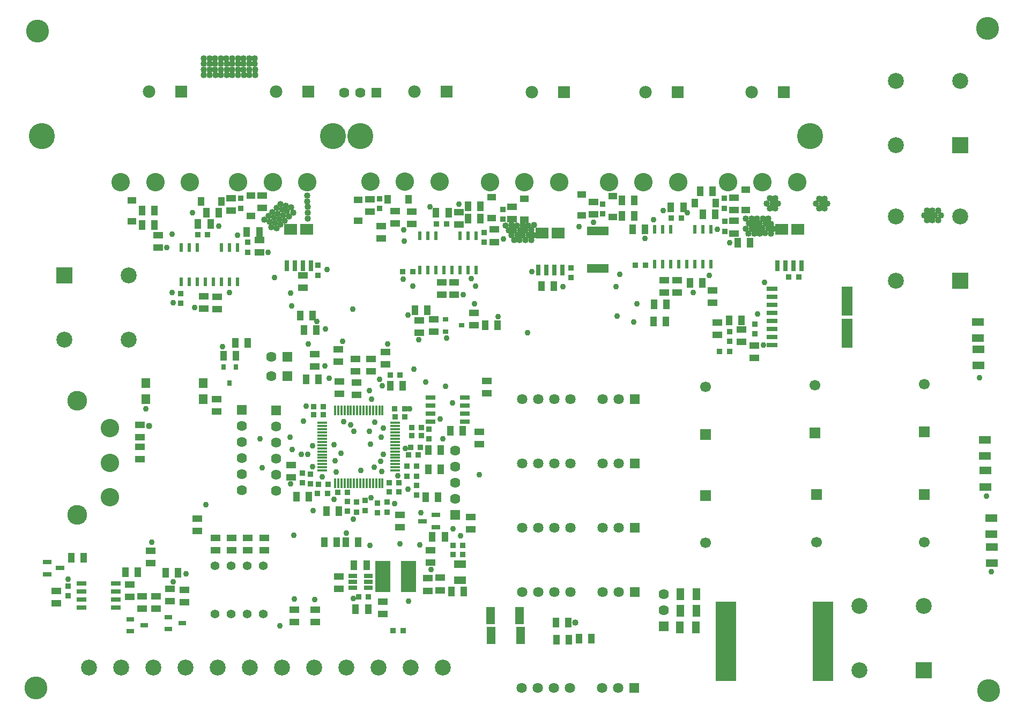
<source format=gts>
G04*
G04 #@! TF.GenerationSoftware,Altium Limited,Altium Designer,20.0.13 (296)*
G04*
G04 Layer_Color=8388736*
%FSLAX25Y25*%
%MOIN*%
G70*
G01*
G75*
%ADD23R,0.02200X0.05750*%
%ADD50R,0.06189X0.04220*%
%ADD51R,0.04220X0.06189*%
%ADD52R,0.03039X0.06701*%
%ADD53R,0.08039X0.06701*%
%ADD54R,0.04063X0.05283*%
%ADD55R,0.05283X0.04063*%
%ADD56R,0.07567X0.04614*%
%ADD57R,0.04614X0.07567*%
%ADD58R,0.03827X0.03827*%
%ADD59R,0.04811X0.02842*%
%ADD60R,0.05598X0.06386*%
%ADD61R,0.02842X0.03827*%
%ADD62R,0.05598X0.02842*%
%ADD63R,0.13669X0.05401*%
%ADD64R,0.09338X0.19378*%
%ADD65R,0.05204X0.02842*%
%ADD66R,0.12882X0.49693*%
%ADD67R,0.05401X0.02842*%
%ADD68R,0.06740X0.17960*%
%ADD69R,0.06740X0.03000*%
%ADD70R,0.05598X0.11110*%
%ADD71R,0.06484X0.03039*%
%ADD72R,0.06480X0.04480*%
%ADD73R,0.01661X0.06287*%
%ADD74R,0.06287X0.01661*%
%ADD75R,0.03827X0.03827*%
%ADD76R,0.04480X0.06480*%
%ADD77R,0.03827X0.02842*%
%ADD78R,0.07803X0.07803*%
%ADD79C,0.07803*%
%ADD80R,0.06681X0.06681*%
%ADD81C,0.06681*%
%ADD82R,0.09929X0.09929*%
%ADD83C,0.09929*%
%ADD84C,0.11464*%
%ADD85R,0.06386X0.06386*%
%ADD86C,0.06386*%
%ADD87R,0.06386X0.06386*%
%ADD88C,0.12291*%
%ADD89C,0.05598*%
%ADD90C,0.06417*%
%ADD91R,0.06417X0.06417*%
%ADD92C,0.14260*%
%ADD93C,0.16228*%
%ADD94C,0.04023*%
%ADD95C,0.03630*%
D23*
X99992Y284950D02*
D03*
X104992D02*
D03*
X109992D02*
D03*
X124992D02*
D03*
X129992D02*
D03*
X134992D02*
D03*
Y263500D02*
D03*
X129992D02*
D03*
X124992D02*
D03*
X119992D02*
D03*
X114992D02*
D03*
X109992D02*
D03*
X104992D02*
D03*
X99992D02*
D03*
X394492Y296225D02*
D03*
X399492D02*
D03*
X404492D02*
D03*
X419492D02*
D03*
X424492D02*
D03*
X429492D02*
D03*
Y274775D02*
D03*
X424492D02*
D03*
X419492D02*
D03*
X414492D02*
D03*
X409492D02*
D03*
X404492D02*
D03*
X399492D02*
D03*
X394492D02*
D03*
X248492Y292450D02*
D03*
X253492D02*
D03*
X258492D02*
D03*
X273492D02*
D03*
X278492D02*
D03*
X283492D02*
D03*
Y271000D02*
D03*
X278492D02*
D03*
X273492D02*
D03*
X268492D02*
D03*
X263492D02*
D03*
X258492D02*
D03*
X253492D02*
D03*
X248492D02*
D03*
D50*
X272829Y306884D02*
D03*
Y299207D02*
D03*
X148734Y289584D02*
D03*
Y281907D02*
D03*
X85704Y292737D02*
D03*
Y285059D02*
D03*
X224363Y290751D02*
D03*
Y298428D02*
D03*
X356424Y305667D02*
D03*
Y313344D02*
D03*
X443926Y308216D02*
D03*
Y315893D02*
D03*
X150451Y317326D02*
D03*
Y309648D02*
D03*
X305655Y310194D02*
D03*
Y302517D02*
D03*
X217410Y315055D02*
D03*
Y307377D02*
D03*
X68000Y67661D02*
D03*
Y75339D02*
D03*
X183000Y211000D02*
D03*
Y218677D02*
D03*
X282000Y244177D02*
D03*
Y236500D02*
D03*
X170500Y51823D02*
D03*
Y59500D02*
D03*
X183500Y59677D02*
D03*
Y52000D02*
D03*
X243480Y307401D02*
D03*
Y299724D02*
D03*
X257000Y240177D02*
D03*
Y232500D02*
D03*
X400500Y257000D02*
D03*
Y264677D02*
D03*
X248000Y239677D02*
D03*
Y232000D02*
D03*
X122500Y254177D02*
D03*
Y246500D02*
D03*
X114283Y254594D02*
D03*
Y246917D02*
D03*
X408500Y257000D02*
D03*
Y264677D02*
D03*
X262240Y263377D02*
D03*
Y255700D02*
D03*
X122170Y182961D02*
D03*
Y190639D02*
D03*
X255000Y96677D02*
D03*
Y89000D02*
D03*
X225500Y57000D02*
D03*
Y64677D02*
D03*
X198000Y80177D02*
D03*
Y72500D02*
D03*
X290000Y201839D02*
D03*
Y194161D02*
D03*
X175701Y267587D02*
D03*
Y259909D02*
D03*
X22323Y71177D02*
D03*
Y63500D02*
D03*
X280000Y109661D02*
D03*
Y117339D02*
D03*
X285500Y162661D02*
D03*
Y170339D02*
D03*
X236000Y118677D02*
D03*
Y111000D02*
D03*
X208500Y207823D02*
D03*
Y215500D02*
D03*
X227000Y212323D02*
D03*
Y220000D02*
D03*
X218000Y215677D02*
D03*
Y208000D02*
D03*
X209000Y193161D02*
D03*
Y200839D02*
D03*
X197800Y221700D02*
D03*
Y214023D02*
D03*
X198500Y194000D02*
D03*
Y201677D02*
D03*
X102000Y72000D02*
D03*
Y64323D02*
D03*
X81000Y96177D02*
D03*
Y88500D02*
D03*
X84500Y60323D02*
D03*
Y68000D02*
D03*
X448534Y226336D02*
D03*
Y234013D02*
D03*
X456541Y216174D02*
D03*
Y223851D02*
D03*
X433541Y230674D02*
D03*
Y238351D02*
D03*
X430542Y258174D02*
D03*
Y250497D02*
D03*
X74500Y174500D02*
D03*
Y166823D02*
D03*
Y153323D02*
D03*
Y161000D02*
D03*
X131276Y307822D02*
D03*
Y315499D02*
D03*
X233144Y299859D02*
D03*
Y307537D02*
D03*
X121500Y96500D02*
D03*
Y104177D02*
D03*
X131500Y104339D02*
D03*
Y96661D02*
D03*
X141500D02*
D03*
Y104339D02*
D03*
X151705Y104134D02*
D03*
Y96457D02*
D03*
X269795Y263453D02*
D03*
Y255776D02*
D03*
X168524Y149500D02*
D03*
Y141823D02*
D03*
X110000Y108500D02*
D03*
Y116177D02*
D03*
X75876Y67951D02*
D03*
Y60274D02*
D03*
X93000Y64823D02*
D03*
Y72500D02*
D03*
D51*
X453896Y287801D02*
D03*
X446218D02*
D03*
X388512Y296360D02*
D03*
X380835D02*
D03*
X268138Y71008D02*
D03*
X275815D02*
D03*
X210000Y101500D02*
D03*
X202323D02*
D03*
X177823Y203000D02*
D03*
X185500D02*
D03*
X245500Y246000D02*
D03*
X253177D02*
D03*
X289000Y236500D02*
D03*
X296677D02*
D03*
X196756Y101496D02*
D03*
X189079D02*
D03*
X261527Y158925D02*
D03*
X253850D02*
D03*
X253823Y147000D02*
D03*
X261500D02*
D03*
X98177Y82500D02*
D03*
X90500D02*
D03*
X65500Y83000D02*
D03*
X73177D02*
D03*
X126323Y217500D02*
D03*
X134000D02*
D03*
X141500Y225500D02*
D03*
X133823D02*
D03*
X424000Y263008D02*
D03*
X416323D02*
D03*
X267323Y171000D02*
D03*
X275000D02*
D03*
X39500Y92000D02*
D03*
X31823D02*
D03*
X237839Y199000D02*
D03*
X230161D02*
D03*
X181887Y242690D02*
D03*
X174210D02*
D03*
X176550Y233500D02*
D03*
X184227D02*
D03*
X179339Y130000D02*
D03*
X171661D02*
D03*
X440703Y239674D02*
D03*
X448380D02*
D03*
X401838Y249500D02*
D03*
X394161D02*
D03*
X333323Y41000D02*
D03*
X341000D02*
D03*
X355000Y41500D02*
D03*
X347323D02*
D03*
X123554Y306601D02*
D03*
X115877D02*
D03*
X432000Y305500D02*
D03*
X424323D02*
D03*
X278563Y302853D02*
D03*
X286240D02*
D03*
X422905Y319996D02*
D03*
X430582D02*
D03*
X75823Y308000D02*
D03*
X83500D02*
D03*
X381963Y314339D02*
D03*
X374286D02*
D03*
X75815Y299000D02*
D03*
X83492D02*
D03*
X381908Y304549D02*
D03*
X374230D02*
D03*
X278500Y310500D02*
D03*
X286177D02*
D03*
X190323Y121000D02*
D03*
X198000D02*
D03*
X331803Y260894D02*
D03*
X324126D02*
D03*
X333000Y51500D02*
D03*
X340677D02*
D03*
X401500Y239000D02*
D03*
X393823D02*
D03*
X259677Y129500D02*
D03*
X252000D02*
D03*
D52*
X180795Y273658D02*
D03*
X175795D02*
D03*
X170795D02*
D03*
X165795D02*
D03*
X337000Y271122D02*
D03*
X332000D02*
D03*
X327000D02*
D03*
X322000D02*
D03*
X470927Y273562D02*
D03*
X475927D02*
D03*
X480927D02*
D03*
X485927D02*
D03*
D53*
X168295Y296414D02*
D03*
X178295D02*
D03*
X324500Y293878D02*
D03*
X334500D02*
D03*
X483427Y296318D02*
D03*
X473427D02*
D03*
D54*
X112320Y313511D02*
D03*
X125194D02*
D03*
X419597Y312771D02*
D03*
X432471D02*
D03*
X241418Y315040D02*
D03*
X228544D02*
D03*
D55*
X368463Y316935D02*
D03*
Y304061D02*
D03*
X69565Y301290D02*
D03*
Y314164D02*
D03*
X293282Y316258D02*
D03*
Y303384D02*
D03*
X349249Y317863D02*
D03*
Y304989D02*
D03*
X451129Y308244D02*
D03*
Y321118D02*
D03*
X143311Y317391D02*
D03*
Y304517D02*
D03*
X313548Y315243D02*
D03*
Y302368D02*
D03*
X210002Y314654D02*
D03*
Y301780D02*
D03*
D56*
X599926Y155199D02*
D03*
Y165238D02*
D03*
X603710Y106537D02*
D03*
Y116576D02*
D03*
X604051Y88645D02*
D03*
Y98685D02*
D03*
X600266Y136114D02*
D03*
Y146154D02*
D03*
X595969Y211464D02*
D03*
Y221504D02*
D03*
X595628Y228674D02*
D03*
Y238714D02*
D03*
X273500Y78000D02*
D03*
Y88039D02*
D03*
D57*
X410068Y48764D02*
D03*
X420107D02*
D03*
X420372Y58898D02*
D03*
X410333D02*
D03*
X420425Y69191D02*
D03*
X410386D02*
D03*
D58*
X361982Y305815D02*
D03*
Y311918D02*
D03*
X437732Y309449D02*
D03*
Y315552D02*
D03*
X137096Y309449D02*
D03*
Y315552D02*
D03*
X300282Y302517D02*
D03*
Y308619D02*
D03*
X223482Y309263D02*
D03*
Y315366D02*
D03*
X246500Y137102D02*
D03*
Y131000D02*
D03*
X228000Y120398D02*
D03*
Y126500D02*
D03*
X203500Y121000D02*
D03*
Y127102D02*
D03*
X342500Y272311D02*
D03*
Y266209D02*
D03*
X185150Y273886D02*
D03*
Y267783D02*
D03*
X456942Y237277D02*
D03*
Y231174D02*
D03*
X214500Y121449D02*
D03*
Y127551D02*
D03*
X209000Y120449D02*
D03*
Y126551D02*
D03*
X175500Y144602D02*
D03*
Y138500D02*
D03*
X441042Y232725D02*
D03*
Y226623D02*
D03*
X180500Y144051D02*
D03*
Y137949D02*
D03*
X288510Y294264D02*
D03*
Y288162D02*
D03*
X438026Y301207D02*
D03*
Y295104D02*
D03*
X141446Y288146D02*
D03*
Y282044D02*
D03*
X29823Y74299D02*
D03*
Y68197D02*
D03*
X222000Y120000D02*
D03*
Y126102D02*
D03*
X254047Y166012D02*
D03*
Y172114D02*
D03*
X99717Y250264D02*
D03*
Y256366D02*
D03*
D59*
X100661Y51240D02*
D03*
X92000Y47500D02*
D03*
Y54980D02*
D03*
X68338Y53740D02*
D03*
Y46260D02*
D03*
X77000Y50000D02*
D03*
D60*
X113716Y190500D02*
D03*
Y200500D02*
D03*
X78284D02*
D03*
Y190500D02*
D03*
D61*
X130260Y200657D02*
D03*
X126520Y210500D02*
D03*
X134000D02*
D03*
D62*
X250232Y114760D02*
D03*
X258500Y118500D02*
D03*
Y111020D02*
D03*
D63*
X359238Y295423D02*
D03*
Y271801D02*
D03*
D64*
X225594Y80236D02*
D03*
X241342D02*
D03*
D65*
X206697Y80630D02*
D03*
Y76890D02*
D03*
Y73150D02*
D03*
X216539D02*
D03*
Y76890D02*
D03*
Y80630D02*
D03*
D66*
X499217Y40000D02*
D03*
X438783D02*
D03*
D67*
X16886Y89240D02*
D03*
Y81760D02*
D03*
X24760Y85500D02*
D03*
D68*
X514034Y231674D02*
D03*
Y251753D02*
D03*
D69*
X467616Y259213D02*
D03*
Y254214D02*
D03*
Y249214D02*
D03*
Y244214D02*
D03*
Y239213D02*
D03*
Y234213D02*
D03*
Y229214D02*
D03*
Y224214D02*
D03*
D70*
X311000Y43500D02*
D03*
X292890D02*
D03*
X292390Y56000D02*
D03*
X310500D02*
D03*
D71*
X38146Y61000D02*
D03*
Y66000D02*
D03*
Y71000D02*
D03*
Y76000D02*
D03*
X59500D02*
D03*
Y71000D02*
D03*
Y66000D02*
D03*
Y61000D02*
D03*
X255228Y176602D02*
D03*
Y181602D02*
D03*
Y186602D02*
D03*
Y191602D02*
D03*
X276583D02*
D03*
Y186602D02*
D03*
Y181602D02*
D03*
Y176602D02*
D03*
D72*
X294659Y296369D02*
D03*
Y288369D02*
D03*
X443787Y293687D02*
D03*
Y301687D02*
D03*
X253359Y71377D02*
D03*
Y79377D02*
D03*
X261295Y71600D02*
D03*
Y79600D02*
D03*
D73*
X195779Y138453D02*
D03*
X197748D02*
D03*
X199716D02*
D03*
X201685D02*
D03*
X203653D02*
D03*
X205622D02*
D03*
X207590D02*
D03*
X209559D02*
D03*
X211527D02*
D03*
X213496D02*
D03*
X215464D02*
D03*
X217433D02*
D03*
X219401D02*
D03*
X221370D02*
D03*
X223339D02*
D03*
X225307D02*
D03*
Y183634D02*
D03*
X223339D02*
D03*
X221370D02*
D03*
X219401D02*
D03*
X217433D02*
D03*
X215464D02*
D03*
X213496D02*
D03*
X211527D02*
D03*
X209559D02*
D03*
X207590D02*
D03*
X205622D02*
D03*
X203653D02*
D03*
X201685D02*
D03*
X199716D02*
D03*
X197748D02*
D03*
X195779D02*
D03*
D74*
X233134Y146280D02*
D03*
Y148248D02*
D03*
Y150216D02*
D03*
Y152185D02*
D03*
Y154154D02*
D03*
Y156122D02*
D03*
Y158091D02*
D03*
Y160059D02*
D03*
Y162028D02*
D03*
Y163996D02*
D03*
Y165965D02*
D03*
Y167933D02*
D03*
Y169902D02*
D03*
Y171870D02*
D03*
Y173839D02*
D03*
Y175807D02*
D03*
X187953D02*
D03*
Y173839D02*
D03*
Y171870D02*
D03*
Y169902D02*
D03*
Y167933D02*
D03*
Y165965D02*
D03*
Y163996D02*
D03*
Y162028D02*
D03*
Y160059D02*
D03*
Y158091D02*
D03*
Y156122D02*
D03*
Y154154D02*
D03*
Y152185D02*
D03*
Y150216D02*
D03*
Y148248D02*
D03*
Y146280D02*
D03*
D75*
X231898Y46500D02*
D03*
X238000D02*
D03*
X236102Y205500D02*
D03*
X230000D02*
D03*
X246551Y142500D02*
D03*
X240449D02*
D03*
X483996Y266546D02*
D03*
X477894D02*
D03*
X182500Y181000D02*
D03*
X188602D02*
D03*
X184949Y132000D02*
D03*
X191051D02*
D03*
X239000Y184500D02*
D03*
X232898D02*
D03*
X203500Y132500D02*
D03*
X197398D02*
D03*
X185398Y137500D02*
D03*
X191500D02*
D03*
X246551Y149000D02*
D03*
X240449D02*
D03*
X243449Y173000D02*
D03*
X249551D02*
D03*
X239102Y179500D02*
D03*
X233000D02*
D03*
X235500Y138500D02*
D03*
X229398D02*
D03*
X188551Y186000D02*
D03*
X182449D02*
D03*
X243449Y168000D02*
D03*
X249551D02*
D03*
X434939Y220174D02*
D03*
X441042D02*
D03*
X265000Y299500D02*
D03*
X258898D02*
D03*
X411043Y303441D02*
D03*
X404941D02*
D03*
X116602Y293000D02*
D03*
X110500D02*
D03*
X210398Y67500D02*
D03*
X216500D02*
D03*
X235500Y133000D02*
D03*
X229398D02*
D03*
X269000Y94000D02*
D03*
X275102D02*
D03*
X269000Y99500D02*
D03*
X275102D02*
D03*
X237898Y270000D02*
D03*
X244000D02*
D03*
X382591Y273886D02*
D03*
X388693D02*
D03*
X241398Y156000D02*
D03*
X247500D02*
D03*
X242728Y160674D02*
D03*
X248831D02*
D03*
D76*
X266500Y306500D02*
D03*
X258500D02*
D03*
X412500Y310000D02*
D03*
X404500D02*
D03*
X118500Y299500D02*
D03*
X110500D02*
D03*
X148700Y294657D02*
D03*
X140700D02*
D03*
X256000Y105000D02*
D03*
X264000D02*
D03*
X207484Y87323D02*
D03*
X215484D02*
D03*
X216500Y60000D02*
D03*
X208500D02*
D03*
D77*
X264579Y240240D02*
D03*
Y232760D02*
D03*
X274421Y236500D02*
D03*
D78*
X474790Y381756D02*
D03*
X408941Y381712D02*
D03*
X338012Y381734D02*
D03*
X100000Y381800D02*
D03*
X265000Y381900D02*
D03*
X179000Y381800D02*
D03*
D79*
X454790Y381756D02*
D03*
X388941Y381712D02*
D03*
X318012Y381734D02*
D03*
X80000Y381800D02*
D03*
X245000Y381900D02*
D03*
X159000Y381800D02*
D03*
D80*
X562000Y131287D02*
D03*
X562067Y170279D02*
D03*
X494000Y169787D02*
D03*
X426000Y130787D02*
D03*
X495000Y131287D02*
D03*
X426000Y168787D02*
D03*
D81*
X562000Y101760D02*
D03*
X562067Y199807D02*
D03*
X494000Y199315D02*
D03*
X426000Y101260D02*
D03*
X495000Y101760D02*
D03*
X426000Y198315D02*
D03*
D82*
X584416Y264357D02*
D03*
X561915Y22008D02*
D03*
X584618Y348583D02*
D03*
X27433Y267587D02*
D03*
D83*
X544416Y264357D02*
D03*
X584416Y304357D02*
D03*
X544416D02*
D03*
X262921Y23469D02*
D03*
X242921D02*
D03*
X222921D02*
D03*
X202921D02*
D03*
X182921D02*
D03*
X162921D02*
D03*
X142921D02*
D03*
X122921D02*
D03*
X102921D02*
D03*
X82921D02*
D03*
X62921D02*
D03*
X42921D02*
D03*
X521915Y22008D02*
D03*
X561915Y62008D02*
D03*
X521915D02*
D03*
X544618Y348583D02*
D03*
X584618Y388583D02*
D03*
X544618D02*
D03*
X67433Y267587D02*
D03*
X27433Y227587D02*
D03*
X67433D02*
D03*
D84*
X292000Y325787D02*
D03*
X313496D02*
D03*
X334992D02*
D03*
X55791Y129504D02*
D03*
Y151000D02*
D03*
Y172496D02*
D03*
X178500Y325787D02*
D03*
X157004D02*
D03*
X135508D02*
D03*
X62508Y325787D02*
D03*
X84004D02*
D03*
X105500D02*
D03*
X440000D02*
D03*
X461496D02*
D03*
X482992D02*
D03*
X260692Y325800D02*
D03*
X239196D02*
D03*
X217700D02*
D03*
X366000Y325787D02*
D03*
X387496D02*
D03*
X408992D02*
D03*
D85*
X221362Y381261D02*
D03*
X166000Y205000D02*
D03*
Y217000D02*
D03*
D86*
X211362Y381261D02*
D03*
X201362D02*
D03*
X156000Y205000D02*
D03*
X270500Y128500D02*
D03*
Y138500D02*
D03*
Y148500D02*
D03*
Y158500D02*
D03*
X137906Y134122D02*
D03*
Y144122D02*
D03*
Y154122D02*
D03*
Y164122D02*
D03*
Y174122D02*
D03*
X399981Y69307D02*
D03*
Y59307D02*
D03*
X159165Y173571D02*
D03*
Y163571D02*
D03*
Y153571D02*
D03*
Y143571D02*
D03*
Y133571D02*
D03*
X156000Y217000D02*
D03*
D87*
X270500Y118500D02*
D03*
X137906Y184122D02*
D03*
X399981Y49307D02*
D03*
X159165Y183571D02*
D03*
D88*
X35385Y118462D02*
D03*
Y189722D02*
D03*
D89*
X151000Y57000D02*
D03*
X141000D02*
D03*
X131000D02*
D03*
X121000D02*
D03*
Y87000D02*
D03*
X131000D02*
D03*
X141000D02*
D03*
X151000D02*
D03*
D90*
X311915Y10810D02*
D03*
X321915D02*
D03*
X331915D02*
D03*
X341915D02*
D03*
X361915D02*
D03*
X371915D02*
D03*
X312000Y110500D02*
D03*
X322000D02*
D03*
X332000D02*
D03*
X342000D02*
D03*
X362000D02*
D03*
X372000D02*
D03*
X312000Y150500D02*
D03*
X322000D02*
D03*
X332000D02*
D03*
X342000D02*
D03*
X362000D02*
D03*
X372000D02*
D03*
Y190500D02*
D03*
X362000D02*
D03*
X342000D02*
D03*
X332000D02*
D03*
X322000D02*
D03*
X312000D02*
D03*
X372000Y70500D02*
D03*
X362000D02*
D03*
X342000D02*
D03*
X332000D02*
D03*
X322000D02*
D03*
X312000D02*
D03*
D91*
X381915Y10810D02*
D03*
X382000Y110500D02*
D03*
Y150500D02*
D03*
Y190500D02*
D03*
Y70500D02*
D03*
D92*
X9771Y10901D02*
D03*
X602040Y9408D02*
D03*
X601505Y421266D02*
D03*
X10823Y419715D02*
D03*
D93*
X211500Y354287D02*
D03*
X13382Y354302D02*
D03*
X194500Y354287D02*
D03*
X491131Y354371D02*
D03*
D94*
X164528Y301723D02*
D03*
X163523Y305066D02*
D03*
X154321Y304741D02*
D03*
X169677Y306491D02*
D03*
X161946Y299299D02*
D03*
X168540Y309826D02*
D03*
X165961Y307460D02*
D03*
X165233Y310979D02*
D03*
X161137Y302717D02*
D03*
X158619Y300239D02*
D03*
X156152Y297751D02*
D03*
X162664Y308602D02*
D03*
X160055Y306115D02*
D03*
X155171Y301099D02*
D03*
X157648Y303627D02*
D03*
X161936Y311970D02*
D03*
X159378Y309593D02*
D03*
X156900Y307116D02*
D03*
X151915Y302181D02*
D03*
X166983Y304183D02*
D03*
X159479Y296871D02*
D03*
X465183Y302812D02*
D03*
X461730Y302905D02*
D03*
X466770Y299750D02*
D03*
X463336Y299900D02*
D03*
X306995Y289486D02*
D03*
X178576Y313579D02*
D03*
X178720Y310139D02*
D03*
X178648Y306627D02*
D03*
X178692Y303086D02*
D03*
X178603Y317132D02*
D03*
X466733Y293647D02*
D03*
X310507Y289631D02*
D03*
X314131Y289574D02*
D03*
X317736Y289516D02*
D03*
X319347Y292680D02*
D03*
X312482Y292546D02*
D03*
X316068Y292661D02*
D03*
X308993D02*
D03*
X305484D02*
D03*
X303719Y295786D02*
D03*
X317698Y295824D02*
D03*
X314112Y295671D02*
D03*
X310699Y295728D02*
D03*
X307190D02*
D03*
X319558Y298797D02*
D03*
X315857Y298739D02*
D03*
X312367Y298854D02*
D03*
X308858Y298758D02*
D03*
X305388Y298854D02*
D03*
X301956Y298777D02*
D03*
X452957Y293740D02*
D03*
X459901Y293759D02*
D03*
X463298Y293796D02*
D03*
X456392Y293684D02*
D03*
X454674Y296782D02*
D03*
X468450Y296689D02*
D03*
X461618Y296801D02*
D03*
X465016Y296838D02*
D03*
X458109Y296726D02*
D03*
X451202Y296689D02*
D03*
X456429Y299788D02*
D03*
X458165Y302812D02*
D03*
X454656Y302942D02*
D03*
X494926Y312210D02*
D03*
X496698Y309218D02*
D03*
X572325Y304904D02*
D03*
X501932Y312259D02*
D03*
X498477Y312236D02*
D03*
X464308Y312334D02*
D03*
X466059Y309296D02*
D03*
X466038Y315480D02*
D03*
X469560Y315456D02*
D03*
X561995Y304882D02*
D03*
X565377Y304917D02*
D03*
X563661Y301867D02*
D03*
X567149Y301925D02*
D03*
X563680Y308004D02*
D03*
X567227Y308098D02*
D03*
X570707Y307946D02*
D03*
X568900Y304870D02*
D03*
X570672Y301914D02*
D03*
X496776Y315391D02*
D03*
X500256Y315239D02*
D03*
X500221Y309206D02*
D03*
X469425Y309379D02*
D03*
X471141Y312429D02*
D03*
X467760Y312394D02*
D03*
X451100Y302800D02*
D03*
X128362Y395648D02*
D03*
X117772D02*
D03*
X121302D02*
D03*
X124832D02*
D03*
X114242D02*
D03*
X138952D02*
D03*
X142482D02*
D03*
X146012D02*
D03*
X131892D02*
D03*
X135422D02*
D03*
X135480Y392151D02*
D03*
X131950D02*
D03*
X146069D02*
D03*
X142540D02*
D03*
X139009D02*
D03*
X114300D02*
D03*
X124890D02*
D03*
X121360D02*
D03*
X117830D02*
D03*
X128420D02*
D03*
X128319Y399149D02*
D03*
X117729D02*
D03*
X121259D02*
D03*
X124789D02*
D03*
X114199D02*
D03*
X138909D02*
D03*
X142439D02*
D03*
X145969D02*
D03*
X131849D02*
D03*
X135379D02*
D03*
X135321Y402647D02*
D03*
X131791D02*
D03*
X145911D02*
D03*
X142381D02*
D03*
X138851D02*
D03*
X114142D02*
D03*
X124732D02*
D03*
X121202D02*
D03*
X117672D02*
D03*
X128261D02*
D03*
X459938Y299863D02*
D03*
X452994Y299844D02*
D03*
X345177Y51500D02*
D03*
X80000Y174000D02*
D03*
D95*
X603946Y83388D02*
D03*
X261228Y178194D02*
D03*
X234700Y143000D02*
D03*
X108526Y247464D02*
D03*
X168100Y256700D02*
D03*
X91240Y284822D02*
D03*
X388615Y290586D02*
D03*
X441199Y288053D02*
D03*
X94592Y293172D02*
D03*
X238700Y289000D02*
D03*
X238319Y296100D02*
D03*
X154199Y281811D02*
D03*
X135035Y292659D02*
D03*
X244947Y209286D02*
D03*
X252199Y201199D02*
D03*
X228605Y224793D02*
D03*
X206850Y246547D02*
D03*
X123363Y298419D02*
D03*
X414749Y306565D02*
D03*
X272903Y312032D02*
D03*
X255641Y84534D02*
D03*
X254748Y310209D02*
D03*
X300597Y290436D02*
D03*
X356399Y300625D02*
D03*
X202720Y107337D02*
D03*
X393742Y302334D02*
D03*
X596477Y203928D02*
D03*
X600780Y130171D02*
D03*
X268925Y188362D02*
D03*
X347500Y298000D02*
D03*
X158000Y266300D02*
D03*
X381500Y238500D02*
D03*
X399939Y308064D02*
D03*
X273666Y105731D02*
D03*
X269000Y110000D02*
D03*
X262694Y165861D02*
D03*
X81708Y101697D02*
D03*
X207032Y115846D02*
D03*
X249070Y120070D02*
D03*
X182182Y121346D02*
D03*
X236000Y100500D02*
D03*
X170000Y106000D02*
D03*
X106985Y306601D02*
D03*
X264977Y228755D02*
D03*
X247899Y227773D02*
D03*
X238116Y265182D02*
D03*
X433516Y296362D02*
D03*
X211883Y146256D02*
D03*
X218138Y129282D02*
D03*
X462131Y224134D02*
D03*
X458541Y243674D02*
D03*
X462942Y263254D02*
D03*
X125940Y223308D02*
D03*
X95195Y250478D02*
D03*
X195039Y128189D02*
D03*
X177874Y186383D02*
D03*
X225905Y156378D02*
D03*
X225748Y172598D02*
D03*
X224164Y151808D02*
D03*
X232682Y125500D02*
D03*
X241000Y134500D02*
D03*
X95000Y77000D02*
D03*
X168008Y138000D02*
D03*
X174778Y156413D02*
D03*
X181935Y161671D02*
D03*
X178868Y156413D02*
D03*
X29823Y78500D02*
D03*
X372800Y268300D02*
D03*
X207600Y170480D02*
D03*
X167680Y166887D02*
D03*
X285500Y143493D02*
D03*
X224941Y145687D02*
D03*
X280511Y265511D02*
D03*
X264518Y198518D02*
D03*
X181890Y148490D02*
D03*
X187820Y142360D02*
D03*
X169168Y159437D02*
D03*
X176060Y176950D02*
D03*
X201000Y176500D02*
D03*
X217787Y162638D02*
D03*
X224500Y167060D02*
D03*
X220500Y176370D02*
D03*
X196547Y145269D02*
D03*
X195690Y152390D02*
D03*
X184461Y238884D02*
D03*
X189680Y234230D02*
D03*
X218417Y190475D02*
D03*
X192102Y203650D02*
D03*
X189398Y211252D02*
D03*
X370500Y260500D02*
D03*
X371250Y242250D02*
D03*
X383500Y250000D02*
D03*
X190787Y271213D02*
D03*
X217092Y170489D02*
D03*
X239372Y160051D02*
D03*
X242142Y184500D02*
D03*
X168700Y248600D02*
D03*
X220301Y148301D02*
D03*
X199500Y157000D02*
D03*
X195000Y162190D02*
D03*
X94500Y257000D02*
D03*
X200500Y226500D02*
D03*
X205500Y174500D02*
D03*
X115500Y125000D02*
D03*
X217500Y99500D02*
D03*
X418602Y257102D02*
D03*
X207000Y66500D02*
D03*
X130000Y257000D02*
D03*
X217000Y196000D02*
D03*
X225142Y199000D02*
D03*
X223500Y203000D02*
D03*
X315500Y232000D02*
D03*
X297000Y242000D02*
D03*
X161500Y49500D02*
D03*
X170559Y66323D02*
D03*
X103177Y82000D02*
D03*
X150478Y148017D02*
D03*
X241000Y243000D02*
D03*
X428360Y267500D02*
D03*
X248602Y100000D02*
D03*
X241500Y65000D02*
D03*
X78000Y184500D02*
D03*
X318000Y270000D02*
D03*
X275500Y255500D02*
D03*
X283000Y261000D02*
D03*
X282500Y249941D02*
D03*
X337500Y260500D02*
D03*
X244000Y261000D02*
D03*
X149000Y166000D02*
D03*
X183000Y66000D02*
D03*
X179000Y225000D02*
D03*
M02*

</source>
